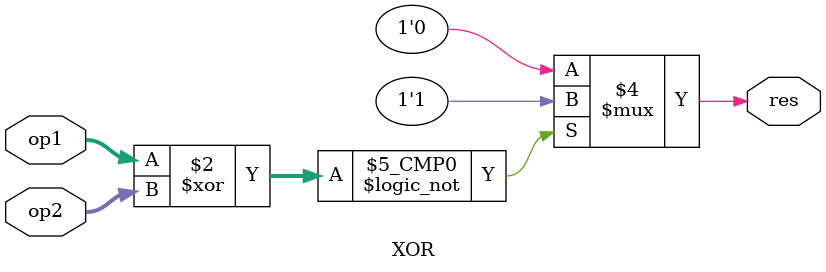
<source format=v>
module XOR#(parameter N=1)
(
	output reg res,
	input [N:0] op1,
	input [N:0] op2
);
always@(*)
begin
	case(op1^op2)
		2'b00: res = 1'b1;
		default: res = 1'b0;
	endcase


end
endmodule

</source>
